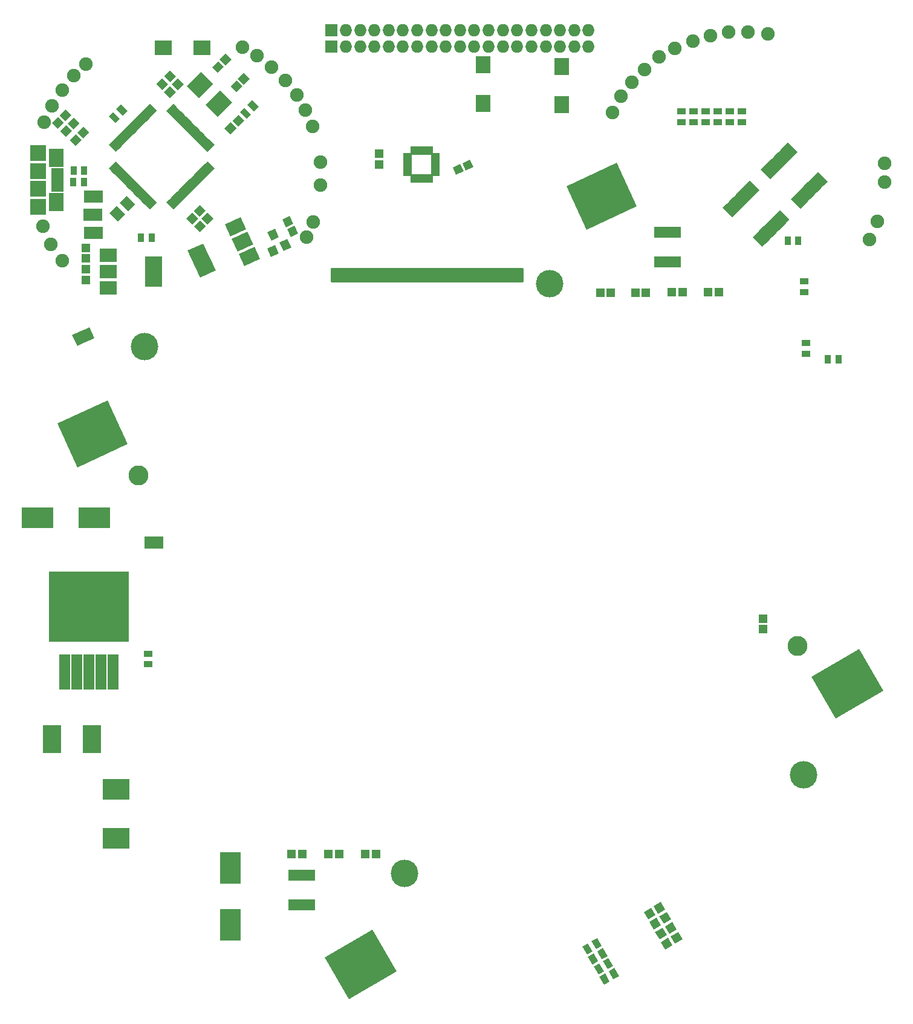
<source format=gbs>
G04 #@! TF.FileFunction,Soldermask,Bot*
%FSLAX46Y46*%
G04 Gerber Fmt 4.6, Leading zero omitted, Abs format (unit mm)*
G04 Created by KiCad (PCBNEW 4.0.6+dfsg1-1) date Fri Jun  8 13:36:59 2018*
%MOMM*%
%LPD*%
G01*
G04 APERTURE LIST*
%ADD10C,0.100000*%
%ADD11R,0.900000X1.300000*%
%ADD12R,1.750000X1.750000*%
%ADD13O,1.750000X1.750000*%
%ADD14R,3.700000X2.900000*%
%ADD15R,4.400000X2.900000*%
%ADD16R,2.660600X3.905200*%
%ADD17R,1.300000X0.900000*%
%ADD18R,1.200000X1.150000*%
%ADD19R,1.150000X1.200000*%
%ADD20C,3.850000*%
%ADD21C,2.790000*%
%ADD22R,1.370000X1.670000*%
%ADD23C,1.900000*%
%ADD24R,1.500000X5.000000*%
%ADD25R,11.200000X9.800000*%
%ADD26R,3.800000X1.610000*%
%ADD27R,2.900000X4.400000*%
%ADD28R,2.400000X4.200000*%
%ADD29R,2.400000X1.900000*%
%ADD30R,2.000000X2.400000*%
%ADD31R,2.400000X2.000000*%
%ADD32R,1.750000X0.800000*%
%ADD33R,2.000000X2.500000*%
%ADD34R,2.300000X2.300000*%
%ADD35R,2.300000X2.200000*%
%ADD36R,0.700000X1.250000*%
%ADD37R,1.250000X0.700000*%
%ADD38C,0.254000*%
G04 APERTURE END LIST*
D10*
D11*
X122500000Y-78000000D03*
X121000000Y-78000000D03*
D12*
X157175000Y-59000000D03*
D13*
X159175000Y-59000000D03*
X161175000Y-59000000D03*
X163175000Y-59000000D03*
X165175000Y-59000000D03*
X167175000Y-59000000D03*
X169175000Y-59000000D03*
X171175000Y-59000000D03*
X173175000Y-59000000D03*
X175175000Y-59000000D03*
X177175000Y-59000000D03*
X179175000Y-59000000D03*
X181175000Y-59000000D03*
X183175000Y-59000000D03*
X185175000Y-59000000D03*
X187175000Y-59000000D03*
X189175000Y-59000000D03*
X191175000Y-59000000D03*
X193175000Y-59000000D03*
D10*
G36*
X126911091Y-69708147D02*
X125991853Y-68788909D01*
X126628249Y-68152513D01*
X127547487Y-69071751D01*
X126911091Y-69708147D01*
X126911091Y-69708147D01*
G37*
G36*
X127971751Y-68647487D02*
X127052513Y-67728249D01*
X127688909Y-67091853D01*
X128608147Y-68011091D01*
X127971751Y-68647487D01*
X127971751Y-68647487D01*
G37*
D14*
X127010000Y-169900000D03*
X127000000Y-163000000D03*
D15*
X124000000Y-125000000D03*
X116000000Y-125000000D03*
D16*
X118000000Y-156000000D03*
X123638800Y-156000000D03*
D17*
X211250000Y-68100000D03*
X211250000Y-69600000D03*
X206200000Y-68100000D03*
X206200000Y-69600000D03*
X214610000Y-68090000D03*
X214610000Y-69590000D03*
X212940000Y-68110000D03*
X212940000Y-69610000D03*
D11*
X228150000Y-102800000D03*
X226650000Y-102800000D03*
D17*
X223600000Y-102000000D03*
X223600000Y-100500000D03*
X223400000Y-93400000D03*
X223400000Y-91900000D03*
D11*
X221050000Y-86200000D03*
X222550000Y-86200000D03*
D17*
X209590000Y-68110000D03*
X209590000Y-69610000D03*
X207880000Y-68110000D03*
X207880000Y-69610000D03*
D18*
X201200000Y-93500000D03*
X199700000Y-93500000D03*
X211400000Y-93400000D03*
X209900000Y-93400000D03*
X206350000Y-93400000D03*
X204850000Y-93400000D03*
X163400000Y-172100000D03*
X161900000Y-172100000D03*
X153100000Y-172100000D03*
X151600000Y-172100000D03*
D19*
X217600000Y-140600000D03*
X217600000Y-139100000D03*
D18*
X196300000Y-93500000D03*
X194800000Y-93500000D03*
X156750000Y-172100000D03*
X158250000Y-172100000D03*
D10*
G36*
X159614424Y-192387836D02*
X156239424Y-186542164D01*
X162942460Y-182672164D01*
X166317460Y-188517836D01*
X159614424Y-192387836D01*
X159614424Y-192387836D01*
G37*
G36*
X227735982Y-153057836D02*
X224360982Y-147212164D01*
X231064018Y-143342164D01*
X234439018Y-149187836D01*
X227735982Y-153057836D01*
X227735982Y-153057836D01*
G37*
D20*
X223241522Y-160993203D03*
X167436920Y-174736797D03*
D21*
X222455514Y-142971797D03*
D10*
G36*
X123953781Y-99826321D02*
X122712139Y-100405309D01*
X122006367Y-98891775D01*
X123248009Y-98312787D01*
X123953781Y-99826321D01*
X123953781Y-99826321D01*
G37*
G36*
X122793707Y-100367273D02*
X121552065Y-100946261D01*
X120846293Y-99432727D01*
X122087935Y-98853739D01*
X122793707Y-100367273D01*
X122793707Y-100367273D01*
G37*
D22*
X124440000Y-80020000D03*
X123160000Y-80020000D03*
X123130000Y-82530000D03*
X124410000Y-82530000D03*
D10*
G36*
X205712435Y-182980385D02*
X206312435Y-184019615D01*
X205273205Y-184619615D01*
X204673205Y-183580385D01*
X205712435Y-182980385D01*
X205712435Y-182980385D01*
G37*
G36*
X204326795Y-183780385D02*
X204926795Y-184819615D01*
X203887565Y-185419615D01*
X203287565Y-184380385D01*
X204326795Y-183780385D01*
X204326795Y-183780385D01*
G37*
G36*
X195336251Y-190337917D02*
X194686251Y-189212083D01*
X195465673Y-188762083D01*
X196115673Y-189887917D01*
X195336251Y-190337917D01*
X195336251Y-190337917D01*
G37*
G36*
X196635289Y-189587917D02*
X195985289Y-188462083D01*
X196764711Y-188012083D01*
X197414711Y-189137917D01*
X196635289Y-189587917D01*
X196635289Y-189587917D01*
G37*
G36*
X193736251Y-187537917D02*
X193086251Y-186412083D01*
X193865673Y-185962083D01*
X194515673Y-187087917D01*
X193736251Y-187537917D01*
X193736251Y-187537917D01*
G37*
G36*
X195035289Y-186787917D02*
X194385289Y-185662083D01*
X195164711Y-185212083D01*
X195814711Y-186337917D01*
X195035289Y-186787917D01*
X195035289Y-186787917D01*
G37*
D23*
X148800000Y-61900000D03*
X154600000Y-83600000D03*
X150700000Y-63800000D03*
X121100000Y-63100000D03*
X117900000Y-86700000D03*
X119500000Y-89000000D03*
X154500000Y-70200000D03*
X152300000Y-65800000D03*
X153500000Y-67900000D03*
X155590000Y-75200000D03*
X155600000Y-78400000D03*
X146700000Y-60300000D03*
X122800000Y-61500000D03*
X118000000Y-67300000D03*
X116900000Y-69600000D03*
X116730000Y-84140000D03*
D24*
X126625000Y-146575000D03*
X124925000Y-146575000D03*
X123225000Y-146575000D03*
X121525000Y-146575000D03*
X119825000Y-146575000D03*
D25*
X123225000Y-137425000D03*
D26*
X204200000Y-89210000D03*
X204200000Y-85000000D03*
X153000000Y-179210000D03*
X153000000Y-175000000D03*
D27*
X143000000Y-174000000D03*
X143000000Y-182000000D03*
D17*
X131500000Y-145500000D03*
X131500000Y-144000000D03*
D10*
G36*
X141297678Y-61049150D02*
X142110850Y-61862322D01*
X141262322Y-62710850D01*
X140449150Y-61897678D01*
X141297678Y-61049150D01*
X141297678Y-61049150D01*
G37*
G36*
X142358338Y-59988490D02*
X143171510Y-60801662D01*
X142322982Y-61650190D01*
X141509810Y-60837018D01*
X142358338Y-59988490D01*
X142358338Y-59988490D01*
G37*
G36*
X144882982Y-64340190D02*
X144069810Y-63527018D01*
X144918338Y-62678490D01*
X145731510Y-63491662D01*
X144882982Y-64340190D01*
X144882982Y-64340190D01*
G37*
G36*
X143822322Y-65400850D02*
X143009150Y-64587678D01*
X143857678Y-63739150D01*
X144670850Y-64552322D01*
X143822322Y-65400850D01*
X143822322Y-65400850D01*
G37*
G36*
X138702982Y-82850190D02*
X137889810Y-82037018D01*
X138738338Y-81188490D01*
X139551510Y-82001662D01*
X138702982Y-82850190D01*
X138702982Y-82850190D01*
G37*
G36*
X137642322Y-83910850D02*
X136829150Y-83097678D01*
X137677678Y-82249150D01*
X138490850Y-83062322D01*
X137642322Y-83910850D01*
X137642322Y-83910850D01*
G37*
G36*
X121357018Y-71289810D02*
X122170190Y-72102982D01*
X121321662Y-72951510D01*
X120508490Y-72138338D01*
X121357018Y-71289810D01*
X121357018Y-71289810D01*
G37*
G36*
X122417678Y-70229150D02*
X123230850Y-71042322D01*
X122382322Y-71890850D01*
X121569150Y-71077678D01*
X122417678Y-70229150D01*
X122417678Y-70229150D01*
G37*
G36*
X135430850Y-63217678D02*
X134617678Y-64030850D01*
X133769150Y-63182322D01*
X134582322Y-62369150D01*
X135430850Y-63217678D01*
X135430850Y-63217678D01*
G37*
G36*
X136491510Y-64278338D02*
X135678338Y-65091510D01*
X134829810Y-64242982D01*
X135642982Y-63429810D01*
X136491510Y-64278338D01*
X136491510Y-64278338D01*
G37*
D19*
X122790000Y-88700000D03*
X122790000Y-87200000D03*
D10*
G36*
X138747018Y-83329810D02*
X139560190Y-84142982D01*
X138711662Y-84991510D01*
X137898490Y-84178338D01*
X138747018Y-83329810D01*
X138747018Y-83329810D01*
G37*
G36*
X139807678Y-82269150D02*
X140620850Y-83082322D01*
X139772322Y-83930850D01*
X138959150Y-83117678D01*
X139807678Y-82269150D01*
X139807678Y-82269150D01*
G37*
G36*
X121022652Y-70600520D02*
X120209480Y-69787348D01*
X121058008Y-68938820D01*
X121871180Y-69751992D01*
X121022652Y-70600520D01*
X121022652Y-70600520D01*
G37*
G36*
X119961992Y-71661180D02*
X119148820Y-70848008D01*
X119997348Y-69999480D01*
X120810520Y-70812652D01*
X119961992Y-71661180D01*
X119961992Y-71661180D01*
G37*
G36*
X144082322Y-70230850D02*
X143269150Y-69417678D01*
X144117678Y-68569150D01*
X144930850Y-69382322D01*
X144082322Y-70230850D01*
X144082322Y-70230850D01*
G37*
G36*
X143021662Y-71291510D02*
X142208490Y-70478338D01*
X143057018Y-69629810D01*
X143870190Y-70442982D01*
X143021662Y-71291510D01*
X143021662Y-71291510D01*
G37*
D19*
X122780000Y-90200000D03*
X122780000Y-91700000D03*
D10*
G36*
X118867018Y-68869810D02*
X119680190Y-69682982D01*
X118831662Y-70531510D01*
X118018490Y-69718338D01*
X118867018Y-68869810D01*
X118867018Y-68869810D01*
G37*
G36*
X119927678Y-67809150D02*
X120740850Y-68622322D01*
X119892322Y-69470850D01*
X119079150Y-68657678D01*
X119927678Y-67809150D01*
X119927678Y-67809150D01*
G37*
G36*
X128511612Y-79921662D02*
X129678338Y-81088388D01*
X128688388Y-82078338D01*
X127521662Y-80911612D01*
X128511612Y-79921662D01*
X128511612Y-79921662D01*
G37*
G36*
X127097398Y-81335876D02*
X128264124Y-82502602D01*
X127274174Y-83492552D01*
X126107448Y-82325826D01*
X127097398Y-81335876D01*
X127097398Y-81335876D01*
G37*
G36*
X134330850Y-64317678D02*
X133517678Y-65130850D01*
X132669150Y-64282322D01*
X133482322Y-63469150D01*
X134330850Y-64317678D01*
X134330850Y-64317678D01*
G37*
G36*
X135391510Y-65378338D02*
X134578338Y-66191510D01*
X133729810Y-65342982D01*
X134542982Y-64529810D01*
X135391510Y-65378338D01*
X135391510Y-65378338D01*
G37*
D19*
X163850000Y-74050000D03*
X163850000Y-75550000D03*
D10*
G36*
X175978952Y-76374698D02*
X175492941Y-75332444D01*
X176580510Y-74825302D01*
X177066521Y-75867556D01*
X175978952Y-76374698D01*
X175978952Y-76374698D01*
G37*
G36*
X174619490Y-77008626D02*
X174133479Y-75966372D01*
X175221048Y-75459230D01*
X175707059Y-76501484D01*
X174619490Y-77008626D01*
X174619490Y-77008626D01*
G37*
G36*
X145280761Y-69138477D02*
X144361523Y-68219239D01*
X144997919Y-67582843D01*
X145917157Y-68502081D01*
X145280761Y-69138477D01*
X145280761Y-69138477D01*
G37*
G36*
X146341421Y-68077817D02*
X145422183Y-67158579D01*
X146058579Y-66522183D01*
X146977817Y-67441421D01*
X146341421Y-68077817D01*
X146341421Y-68077817D01*
G37*
D11*
X122550000Y-76400000D03*
X121050000Y-76400000D03*
D23*
X232500000Y-86000000D03*
X234600000Y-78000000D03*
X234600000Y-75400000D03*
X233600000Y-83460000D03*
D28*
X132250000Y-90500000D03*
D29*
X125950000Y-90500000D03*
X125950000Y-88200000D03*
X125950000Y-92800000D03*
D10*
G36*
X135022881Y-67025216D02*
X135482500Y-67484835D01*
X134492551Y-68474784D01*
X134032932Y-68015165D01*
X135022881Y-67025216D01*
X135022881Y-67025216D01*
G37*
G36*
X135376435Y-67378769D02*
X135836054Y-67838388D01*
X134846105Y-68828337D01*
X134386486Y-68368718D01*
X135376435Y-67378769D01*
X135376435Y-67378769D01*
G37*
G36*
X135729988Y-67732323D02*
X136189607Y-68191942D01*
X135199658Y-69181891D01*
X134740039Y-68722272D01*
X135729988Y-67732323D01*
X135729988Y-67732323D01*
G37*
G36*
X136083541Y-68085876D02*
X136543160Y-68545495D01*
X135553211Y-69535444D01*
X135093592Y-69075825D01*
X136083541Y-68085876D01*
X136083541Y-68085876D01*
G37*
G36*
X136437095Y-68439429D02*
X136896714Y-68899048D01*
X135906765Y-69888997D01*
X135447146Y-69429378D01*
X136437095Y-68439429D01*
X136437095Y-68439429D01*
G37*
G36*
X136790648Y-68792983D02*
X137250267Y-69252602D01*
X136260318Y-70242551D01*
X135800699Y-69782932D01*
X136790648Y-68792983D01*
X136790648Y-68792983D01*
G37*
G36*
X137144202Y-69146536D02*
X137603821Y-69606155D01*
X136613872Y-70596104D01*
X136154253Y-70136485D01*
X137144202Y-69146536D01*
X137144202Y-69146536D01*
G37*
G36*
X137497755Y-69500090D02*
X137957374Y-69959709D01*
X136967425Y-70949658D01*
X136507806Y-70490039D01*
X137497755Y-69500090D01*
X137497755Y-69500090D01*
G37*
G36*
X137851308Y-69853643D02*
X138310927Y-70313262D01*
X137320978Y-71303211D01*
X136861359Y-70843592D01*
X137851308Y-69853643D01*
X137851308Y-69853643D01*
G37*
G36*
X138204862Y-70207196D02*
X138664481Y-70666815D01*
X137674532Y-71656764D01*
X137214913Y-71197145D01*
X138204862Y-70207196D01*
X138204862Y-70207196D01*
G37*
G36*
X138558415Y-70560750D02*
X139018034Y-71020369D01*
X138028085Y-72010318D01*
X137568466Y-71550699D01*
X138558415Y-70560750D01*
X138558415Y-70560750D01*
G37*
G36*
X138911969Y-70914303D02*
X139371588Y-71373922D01*
X138381639Y-72363871D01*
X137922020Y-71904252D01*
X138911969Y-70914303D01*
X138911969Y-70914303D01*
G37*
G36*
X139265522Y-71267857D02*
X139725141Y-71727476D01*
X138735192Y-72717425D01*
X138275573Y-72257806D01*
X139265522Y-71267857D01*
X139265522Y-71267857D01*
G37*
G36*
X139619075Y-71621410D02*
X140078694Y-72081029D01*
X139088745Y-73070978D01*
X138629126Y-72611359D01*
X139619075Y-71621410D01*
X139619075Y-71621410D01*
G37*
G36*
X139972629Y-71974963D02*
X140432248Y-72434582D01*
X139442299Y-73424531D01*
X138982680Y-72964912D01*
X139972629Y-71974963D01*
X139972629Y-71974963D01*
G37*
G36*
X140326182Y-72328517D02*
X140785801Y-72788136D01*
X139795852Y-73778085D01*
X139336233Y-73318466D01*
X140326182Y-72328517D01*
X140326182Y-72328517D01*
G37*
G36*
X140785801Y-76076182D02*
X140326182Y-76535801D01*
X139336233Y-75545852D01*
X139795852Y-75086233D01*
X140785801Y-76076182D01*
X140785801Y-76076182D01*
G37*
G36*
X140432248Y-76429736D02*
X139972629Y-76889355D01*
X138982680Y-75899406D01*
X139442299Y-75439787D01*
X140432248Y-76429736D01*
X140432248Y-76429736D01*
G37*
G36*
X140078694Y-76783289D02*
X139619075Y-77242908D01*
X138629126Y-76252959D01*
X139088745Y-75793340D01*
X140078694Y-76783289D01*
X140078694Y-76783289D01*
G37*
G36*
X139725141Y-77136842D02*
X139265522Y-77596461D01*
X138275573Y-76606512D01*
X138735192Y-76146893D01*
X139725141Y-77136842D01*
X139725141Y-77136842D01*
G37*
G36*
X139371588Y-77490396D02*
X138911969Y-77950015D01*
X137922020Y-76960066D01*
X138381639Y-76500447D01*
X139371588Y-77490396D01*
X139371588Y-77490396D01*
G37*
G36*
X139018034Y-77843949D02*
X138558415Y-78303568D01*
X137568466Y-77313619D01*
X138028085Y-76854000D01*
X139018034Y-77843949D01*
X139018034Y-77843949D01*
G37*
G36*
X138664481Y-78197503D02*
X138204862Y-78657122D01*
X137214913Y-77667173D01*
X137674532Y-77207554D01*
X138664481Y-78197503D01*
X138664481Y-78197503D01*
G37*
G36*
X138310927Y-78551056D02*
X137851308Y-79010675D01*
X136861359Y-78020726D01*
X137320978Y-77561107D01*
X138310927Y-78551056D01*
X138310927Y-78551056D01*
G37*
G36*
X137957374Y-78904609D02*
X137497755Y-79364228D01*
X136507806Y-78374279D01*
X136967425Y-77914660D01*
X137957374Y-78904609D01*
X137957374Y-78904609D01*
G37*
G36*
X137603821Y-79258163D02*
X137144202Y-79717782D01*
X136154253Y-78727833D01*
X136613872Y-78268214D01*
X137603821Y-79258163D01*
X137603821Y-79258163D01*
G37*
G36*
X137250267Y-79611716D02*
X136790648Y-80071335D01*
X135800699Y-79081386D01*
X136260318Y-78621767D01*
X137250267Y-79611716D01*
X137250267Y-79611716D01*
G37*
G36*
X136896714Y-79965270D02*
X136437095Y-80424889D01*
X135447146Y-79434940D01*
X135906765Y-78975321D01*
X136896714Y-79965270D01*
X136896714Y-79965270D01*
G37*
G36*
X136543160Y-80318823D02*
X136083541Y-80778442D01*
X135093592Y-79788493D01*
X135553211Y-79328874D01*
X136543160Y-80318823D01*
X136543160Y-80318823D01*
G37*
G36*
X136189607Y-80672376D02*
X135729988Y-81131995D01*
X134740039Y-80142046D01*
X135199658Y-79682427D01*
X136189607Y-80672376D01*
X136189607Y-80672376D01*
G37*
G36*
X135836054Y-81025930D02*
X135376435Y-81485549D01*
X134386486Y-80495600D01*
X134846105Y-80035981D01*
X135836054Y-81025930D01*
X135836054Y-81025930D01*
G37*
G36*
X135482500Y-81379483D02*
X135022881Y-81839102D01*
X134032932Y-80849153D01*
X134492551Y-80389534D01*
X135482500Y-81379483D01*
X135482500Y-81379483D01*
G37*
G36*
X132265165Y-80389534D02*
X132724784Y-80849153D01*
X131734835Y-81839102D01*
X131275216Y-81379483D01*
X132265165Y-80389534D01*
X132265165Y-80389534D01*
G37*
G36*
X131911611Y-80035981D02*
X132371230Y-80495600D01*
X131381281Y-81485549D01*
X130921662Y-81025930D01*
X131911611Y-80035981D01*
X131911611Y-80035981D01*
G37*
G36*
X131558058Y-79682427D02*
X132017677Y-80142046D01*
X131027728Y-81131995D01*
X130568109Y-80672376D01*
X131558058Y-79682427D01*
X131558058Y-79682427D01*
G37*
G36*
X131204505Y-79328874D02*
X131664124Y-79788493D01*
X130674175Y-80778442D01*
X130214556Y-80318823D01*
X131204505Y-79328874D01*
X131204505Y-79328874D01*
G37*
G36*
X130850951Y-78975321D02*
X131310570Y-79434940D01*
X130320621Y-80424889D01*
X129861002Y-79965270D01*
X130850951Y-78975321D01*
X130850951Y-78975321D01*
G37*
G36*
X130497398Y-78621767D02*
X130957017Y-79081386D01*
X129967068Y-80071335D01*
X129507449Y-79611716D01*
X130497398Y-78621767D01*
X130497398Y-78621767D01*
G37*
G36*
X130143844Y-78268214D02*
X130603463Y-78727833D01*
X129613514Y-79717782D01*
X129153895Y-79258163D01*
X130143844Y-78268214D01*
X130143844Y-78268214D01*
G37*
G36*
X129790291Y-77914660D02*
X130249910Y-78374279D01*
X129259961Y-79364228D01*
X128800342Y-78904609D01*
X129790291Y-77914660D01*
X129790291Y-77914660D01*
G37*
G36*
X129436738Y-77561107D02*
X129896357Y-78020726D01*
X128906408Y-79010675D01*
X128446789Y-78551056D01*
X129436738Y-77561107D01*
X129436738Y-77561107D01*
G37*
G36*
X129083184Y-77207554D02*
X129542803Y-77667173D01*
X128552854Y-78657122D01*
X128093235Y-78197503D01*
X129083184Y-77207554D01*
X129083184Y-77207554D01*
G37*
G36*
X128729631Y-76854000D02*
X129189250Y-77313619D01*
X128199301Y-78303568D01*
X127739682Y-77843949D01*
X128729631Y-76854000D01*
X128729631Y-76854000D01*
G37*
G36*
X128376077Y-76500447D02*
X128835696Y-76960066D01*
X127845747Y-77950015D01*
X127386128Y-77490396D01*
X128376077Y-76500447D01*
X128376077Y-76500447D01*
G37*
G36*
X128022524Y-76146893D02*
X128482143Y-76606512D01*
X127492194Y-77596461D01*
X127032575Y-77136842D01*
X128022524Y-76146893D01*
X128022524Y-76146893D01*
G37*
G36*
X127668971Y-75793340D02*
X128128590Y-76252959D01*
X127138641Y-77242908D01*
X126679022Y-76783289D01*
X127668971Y-75793340D01*
X127668971Y-75793340D01*
G37*
G36*
X127315417Y-75439787D02*
X127775036Y-75899406D01*
X126785087Y-76889355D01*
X126325468Y-76429736D01*
X127315417Y-75439787D01*
X127315417Y-75439787D01*
G37*
G36*
X126961864Y-75086233D02*
X127421483Y-75545852D01*
X126431534Y-76535801D01*
X125971915Y-76076182D01*
X126961864Y-75086233D01*
X126961864Y-75086233D01*
G37*
G36*
X127421483Y-73318466D02*
X126961864Y-73778085D01*
X125971915Y-72788136D01*
X126431534Y-72328517D01*
X127421483Y-73318466D01*
X127421483Y-73318466D01*
G37*
G36*
X127775036Y-72964912D02*
X127315417Y-73424531D01*
X126325468Y-72434582D01*
X126785087Y-71974963D01*
X127775036Y-72964912D01*
X127775036Y-72964912D01*
G37*
G36*
X128128590Y-72611359D02*
X127668971Y-73070978D01*
X126679022Y-72081029D01*
X127138641Y-71621410D01*
X128128590Y-72611359D01*
X128128590Y-72611359D01*
G37*
G36*
X128482143Y-72257806D02*
X128022524Y-72717425D01*
X127032575Y-71727476D01*
X127492194Y-71267857D01*
X128482143Y-72257806D01*
X128482143Y-72257806D01*
G37*
G36*
X128835696Y-71904252D02*
X128376077Y-72363871D01*
X127386128Y-71373922D01*
X127845747Y-70914303D01*
X128835696Y-71904252D01*
X128835696Y-71904252D01*
G37*
G36*
X129189250Y-71550699D02*
X128729631Y-72010318D01*
X127739682Y-71020369D01*
X128199301Y-70560750D01*
X129189250Y-71550699D01*
X129189250Y-71550699D01*
G37*
G36*
X129542803Y-71197145D02*
X129083184Y-71656764D01*
X128093235Y-70666815D01*
X128552854Y-70207196D01*
X129542803Y-71197145D01*
X129542803Y-71197145D01*
G37*
G36*
X129896357Y-70843592D02*
X129436738Y-71303211D01*
X128446789Y-70313262D01*
X128906408Y-69853643D01*
X129896357Y-70843592D01*
X129896357Y-70843592D01*
G37*
G36*
X130249910Y-70490039D02*
X129790291Y-70949658D01*
X128800342Y-69959709D01*
X129259961Y-69500090D01*
X130249910Y-70490039D01*
X130249910Y-70490039D01*
G37*
G36*
X130603463Y-70136485D02*
X130143844Y-70596104D01*
X129153895Y-69606155D01*
X129613514Y-69146536D01*
X130603463Y-70136485D01*
X130603463Y-70136485D01*
G37*
G36*
X130957017Y-69782932D02*
X130497398Y-70242551D01*
X129507449Y-69252602D01*
X129967068Y-68792983D01*
X130957017Y-69782932D01*
X130957017Y-69782932D01*
G37*
G36*
X131310570Y-69429378D02*
X130850951Y-69888997D01*
X129861002Y-68899048D01*
X130320621Y-68439429D01*
X131310570Y-69429378D01*
X131310570Y-69429378D01*
G37*
G36*
X131664124Y-69075825D02*
X131204505Y-69535444D01*
X130214556Y-68545495D01*
X130674175Y-68085876D01*
X131664124Y-69075825D01*
X131664124Y-69075825D01*
G37*
G36*
X132017677Y-68722272D02*
X131558058Y-69181891D01*
X130568109Y-68191942D01*
X131027728Y-67732323D01*
X132017677Y-68722272D01*
X132017677Y-68722272D01*
G37*
G36*
X132371230Y-68368718D02*
X131911611Y-68828337D01*
X130921662Y-67838388D01*
X131381281Y-67378769D01*
X132371230Y-68368718D01*
X132371230Y-68368718D01*
G37*
G36*
X132724784Y-68015165D02*
X132265165Y-68474784D01*
X131275216Y-67484835D01*
X131734835Y-67025216D01*
X132724784Y-68015165D01*
X132724784Y-68015165D01*
G37*
G36*
X136945226Y-64525125D02*
X138925125Y-62545226D01*
X140622182Y-64242283D01*
X138642283Y-66222182D01*
X136945226Y-64525125D01*
X136945226Y-64525125D01*
G37*
G36*
X139561522Y-67141421D02*
X141541421Y-65161522D01*
X143238478Y-66858579D01*
X141258579Y-68838478D01*
X139561522Y-67141421D01*
X139561522Y-67141421D01*
G37*
D22*
X132950000Y-128470000D03*
X131670000Y-128470000D03*
X124470000Y-85070000D03*
X123190000Y-85070000D03*
D10*
G36*
X204119615Y-180180385D02*
X204719615Y-181219615D01*
X203680385Y-181819615D01*
X203080385Y-180780385D01*
X204119615Y-180180385D01*
X204119615Y-180180385D01*
G37*
G36*
X202733975Y-180980385D02*
X203333975Y-182019615D01*
X202294745Y-182619615D01*
X201694745Y-181580385D01*
X202733975Y-180980385D01*
X202733975Y-180980385D01*
G37*
G36*
X204912435Y-181580385D02*
X205512435Y-182619615D01*
X204473205Y-183219615D01*
X203873205Y-182180385D01*
X204912435Y-181580385D01*
X204912435Y-181580385D01*
G37*
G36*
X203526795Y-182380385D02*
X204126795Y-183419615D01*
X203087565Y-184019615D01*
X202487565Y-182980385D01*
X203526795Y-182380385D01*
X203526795Y-182380385D01*
G37*
G36*
X203312435Y-178780385D02*
X203912435Y-179819615D01*
X202873205Y-180419615D01*
X202273205Y-179380385D01*
X203312435Y-178780385D01*
X203312435Y-178780385D01*
G37*
G36*
X201926795Y-179580385D02*
X202526795Y-180619615D01*
X201487565Y-181219615D01*
X200887565Y-180180385D01*
X201926795Y-179580385D01*
X201926795Y-179580385D01*
G37*
G36*
X139200071Y-86589612D02*
X140975068Y-90396104D01*
X138799929Y-91410388D01*
X137024932Y-87603896D01*
X139200071Y-86589612D01*
X139200071Y-86589612D01*
G37*
G36*
X145395822Y-84969370D02*
X146198797Y-86691354D01*
X144023658Y-87705638D01*
X143220683Y-85983654D01*
X145395822Y-84969370D01*
X145395822Y-84969370D01*
G37*
G36*
X146367844Y-87053878D02*
X147170819Y-88775862D01*
X144995680Y-89790146D01*
X144192705Y-88068162D01*
X146367844Y-87053878D01*
X146367844Y-87053878D01*
G37*
G36*
X144423800Y-82884863D02*
X145226775Y-84606847D01*
X143051636Y-85621131D01*
X142248661Y-83899147D01*
X144423800Y-82884863D01*
X144423800Y-82884863D01*
G37*
G36*
X194536251Y-188937917D02*
X193886251Y-187812083D01*
X194665673Y-187362083D01*
X195315673Y-188487917D01*
X194536251Y-188937917D01*
X194536251Y-188937917D01*
G37*
G36*
X195835289Y-188187917D02*
X195185289Y-187062083D01*
X195964711Y-186612083D01*
X196614711Y-187737917D01*
X195835289Y-188187917D01*
X195835289Y-188187917D01*
G37*
D11*
X132010000Y-85800000D03*
X130510000Y-85800000D03*
D10*
G36*
X192935770Y-186137917D02*
X192285770Y-185012083D01*
X193065192Y-184562083D01*
X193715192Y-185687917D01*
X192935770Y-186137917D01*
X192935770Y-186137917D01*
G37*
G36*
X194234808Y-185387917D02*
X193584808Y-184262083D01*
X194364230Y-183812083D01*
X195014230Y-184937917D01*
X194234808Y-185387917D01*
X194234808Y-185387917D01*
G37*
D23*
X144700000Y-59100000D03*
X119500000Y-65100000D03*
X153690000Y-85720000D03*
D10*
G36*
X226631891Y-77911612D02*
X226030850Y-78512653D01*
X224687347Y-77169150D01*
X225288388Y-76568109D01*
X226631891Y-77911612D01*
X226631891Y-77911612D01*
G37*
G36*
X226172272Y-78371231D02*
X225571231Y-78972272D01*
X224227728Y-77628769D01*
X224828769Y-77027728D01*
X226172272Y-78371231D01*
X226172272Y-78371231D01*
G37*
G36*
X225712652Y-78830851D02*
X225111611Y-79431892D01*
X223768108Y-78088389D01*
X224369149Y-77487348D01*
X225712652Y-78830851D01*
X225712652Y-78830851D01*
G37*
G36*
X225253033Y-79290470D02*
X224651992Y-79891511D01*
X223308489Y-78548008D01*
X223909530Y-77946967D01*
X225253033Y-79290470D01*
X225253033Y-79290470D01*
G37*
G36*
X224793413Y-79750090D02*
X224192372Y-80351131D01*
X222848869Y-79007628D01*
X223449910Y-78406587D01*
X224793413Y-79750090D01*
X224793413Y-79750090D01*
G37*
G36*
X224333794Y-80209709D02*
X223732753Y-80810750D01*
X222389250Y-79467247D01*
X222990291Y-78866206D01*
X224333794Y-80209709D01*
X224333794Y-80209709D01*
G37*
G36*
X223874174Y-80669329D02*
X223273133Y-81270370D01*
X221929630Y-79926867D01*
X222530671Y-79325826D01*
X223874174Y-80669329D01*
X223874174Y-80669329D01*
G37*
G36*
X223414555Y-81128948D02*
X222813514Y-81729989D01*
X221470011Y-80386486D01*
X222071052Y-79785445D01*
X223414555Y-81128948D01*
X223414555Y-81128948D01*
G37*
G36*
X219242625Y-76957018D02*
X218641584Y-77558059D01*
X217298081Y-76214556D01*
X217899122Y-75613515D01*
X219242625Y-76957018D01*
X219242625Y-76957018D01*
G37*
G36*
X219702244Y-76497399D02*
X219101203Y-77098440D01*
X217757700Y-75754937D01*
X218358741Y-75153896D01*
X219702244Y-76497399D01*
X219702244Y-76497399D01*
G37*
G36*
X220161864Y-76037779D02*
X219560823Y-76638820D01*
X218217320Y-75295317D01*
X218818361Y-74694276D01*
X220161864Y-76037779D01*
X220161864Y-76037779D01*
G37*
G36*
X220621483Y-75578160D02*
X220020442Y-76179201D01*
X218676939Y-74835698D01*
X219277980Y-74234657D01*
X220621483Y-75578160D01*
X220621483Y-75578160D01*
G37*
G36*
X221081103Y-75118540D02*
X220480062Y-75719581D01*
X219136559Y-74376078D01*
X219737600Y-73775037D01*
X221081103Y-75118540D01*
X221081103Y-75118540D01*
G37*
G36*
X221540722Y-74658921D02*
X220939681Y-75259962D01*
X219596178Y-73916459D01*
X220197219Y-73315418D01*
X221540722Y-74658921D01*
X221540722Y-74658921D01*
G37*
G36*
X222000342Y-74199301D02*
X221399301Y-74800342D01*
X220055798Y-73456839D01*
X220656839Y-72855798D01*
X222000342Y-74199301D01*
X222000342Y-74199301D01*
G37*
G36*
X222459961Y-73739682D02*
X221858920Y-74340723D01*
X220515417Y-72997220D01*
X221116458Y-72396179D01*
X222459961Y-73739682D01*
X222459961Y-73739682D01*
G37*
G36*
X221289608Y-83253895D02*
X220688567Y-83854936D01*
X219345064Y-82511433D01*
X219946105Y-81910392D01*
X221289608Y-83253895D01*
X221289608Y-83253895D01*
G37*
G36*
X220829989Y-83713514D02*
X220228948Y-84314555D01*
X218885445Y-82971052D01*
X219486486Y-82370011D01*
X220829989Y-83713514D01*
X220829989Y-83713514D01*
G37*
G36*
X220370369Y-84173134D02*
X219769328Y-84774175D01*
X218425825Y-83430672D01*
X219026866Y-82829631D01*
X220370369Y-84173134D01*
X220370369Y-84173134D01*
G37*
G36*
X219910750Y-84632753D02*
X219309709Y-85233794D01*
X217966206Y-83890291D01*
X218567247Y-83289250D01*
X219910750Y-84632753D01*
X219910750Y-84632753D01*
G37*
G36*
X219451130Y-85092373D02*
X218850089Y-85693414D01*
X217506586Y-84349911D01*
X218107627Y-83748870D01*
X219451130Y-85092373D01*
X219451130Y-85092373D01*
G37*
G36*
X218991511Y-85551992D02*
X218390470Y-86153033D01*
X217046967Y-84809530D01*
X217648008Y-84208489D01*
X218991511Y-85551992D01*
X218991511Y-85551992D01*
G37*
G36*
X218531891Y-86011612D02*
X217930850Y-86612653D01*
X216587347Y-85269150D01*
X217188388Y-84668109D01*
X218531891Y-86011612D01*
X218531891Y-86011612D01*
G37*
G36*
X218072272Y-86471231D02*
X217471231Y-87072272D01*
X216127728Y-85728769D01*
X216728769Y-85127728D01*
X218072272Y-86471231D01*
X218072272Y-86471231D01*
G37*
G36*
X213900342Y-82299301D02*
X213299301Y-82900342D01*
X211955798Y-81556839D01*
X212556839Y-80955798D01*
X213900342Y-82299301D01*
X213900342Y-82299301D01*
G37*
G36*
X214359961Y-81839682D02*
X213758920Y-82440723D01*
X212415417Y-81097220D01*
X213016458Y-80496179D01*
X214359961Y-81839682D01*
X214359961Y-81839682D01*
G37*
G36*
X214819581Y-81380062D02*
X214218540Y-81981103D01*
X212875037Y-80637600D01*
X213476078Y-80036559D01*
X214819581Y-81380062D01*
X214819581Y-81380062D01*
G37*
G36*
X215279200Y-80920443D02*
X214678159Y-81521484D01*
X213334656Y-80177981D01*
X213935697Y-79576940D01*
X215279200Y-80920443D01*
X215279200Y-80920443D01*
G37*
G36*
X215738820Y-80460823D02*
X215137779Y-81061864D01*
X213794276Y-79718361D01*
X214395317Y-79117320D01*
X215738820Y-80460823D01*
X215738820Y-80460823D01*
G37*
G36*
X216198439Y-80001204D02*
X215597398Y-80602245D01*
X214253895Y-79258742D01*
X214854936Y-78657701D01*
X216198439Y-80001204D01*
X216198439Y-80001204D01*
G37*
G36*
X216658059Y-79541584D02*
X216057018Y-80142625D01*
X214713515Y-78799122D01*
X215314556Y-78198081D01*
X216658059Y-79541584D01*
X216658059Y-79541584D01*
G37*
G36*
X217117678Y-79081965D02*
X216516637Y-79683006D01*
X215173134Y-78339503D01*
X215774175Y-77738462D01*
X217117678Y-79081965D01*
X217117678Y-79081965D01*
G37*
D30*
X178400000Y-61600000D03*
X178400000Y-67000000D03*
D23*
X196500000Y-68250000D03*
X197750000Y-66000000D03*
X199250000Y-64000000D03*
X201000000Y-62250000D03*
X203000000Y-60500000D03*
X205250000Y-59250000D03*
X207750000Y-58250000D03*
X210250000Y-57500000D03*
X212750000Y-57000000D03*
X215500000Y-57000000D03*
X218250000Y-57250000D03*
D12*
X157175000Y-56775000D03*
D13*
X159175000Y-56775000D03*
X161175000Y-56775000D03*
X163175000Y-56775000D03*
X165175000Y-56775000D03*
X167175000Y-56775000D03*
X169175000Y-56775000D03*
X171175000Y-56775000D03*
X173175000Y-56775000D03*
X175175000Y-56775000D03*
X177175000Y-56775000D03*
X179175000Y-56775000D03*
X181175000Y-56775000D03*
X183175000Y-56775000D03*
X185175000Y-56775000D03*
X187175000Y-56775000D03*
X189175000Y-56775000D03*
X191175000Y-56775000D03*
X193175000Y-56775000D03*
D10*
G36*
X151857734Y-83821048D02*
X150815480Y-84307059D01*
X150308338Y-83219490D01*
X151350592Y-82733479D01*
X151857734Y-83821048D01*
X151857734Y-83821048D01*
G37*
G36*
X152491662Y-85180510D02*
X151449408Y-85666521D01*
X150942266Y-84578952D01*
X151984520Y-84092941D01*
X152491662Y-85180510D01*
X152491662Y-85180510D01*
G37*
D30*
X189400000Y-61800000D03*
X189400000Y-67200000D03*
D31*
X133600000Y-59200000D03*
X139000000Y-59200000D03*
D10*
G36*
X151524716Y-87146657D02*
X150437146Y-87653799D01*
X149887742Y-86475599D01*
X150975312Y-85968457D01*
X151524716Y-87146657D01*
X151524716Y-87146657D01*
G37*
G36*
X149802731Y-87949632D02*
X148715161Y-88456774D01*
X148165757Y-87278574D01*
X149253327Y-86771432D01*
X149802731Y-87949632D01*
X149802731Y-87949632D01*
G37*
G36*
X149818487Y-85735529D02*
X148730917Y-86242671D01*
X148181513Y-85064471D01*
X149269083Y-84557329D01*
X149818487Y-85735529D01*
X149818487Y-85735529D01*
G37*
D32*
X118775000Y-77700000D03*
X118775000Y-78350000D03*
X118775000Y-76400000D03*
X118775000Y-77050000D03*
X118775000Y-79000000D03*
D33*
X118650000Y-74600000D03*
X118650000Y-80800000D03*
D34*
X116100000Y-76500000D03*
X116100000Y-78900000D03*
D35*
X116100000Y-73900000D03*
X116100000Y-81500000D03*
D10*
G36*
X197081075Y-75305679D02*
X199933748Y-81423256D01*
X192918925Y-84694321D01*
X190066252Y-78576744D01*
X197081075Y-75305679D01*
X197081075Y-75305679D01*
G37*
G36*
X125790905Y-108548831D02*
X128643578Y-114666408D01*
X121628755Y-117937473D01*
X118776082Y-111819896D01*
X125790905Y-108548831D01*
X125790905Y-108548831D01*
G37*
D20*
X130959874Y-101035378D03*
X187749956Y-92207774D03*
D21*
X130172222Y-119056712D03*
D36*
X171050000Y-77500000D03*
X170550000Y-77500000D03*
X170050000Y-77500000D03*
X169550000Y-77500000D03*
X169050000Y-77500000D03*
X168550000Y-77500000D03*
D37*
X167850000Y-76800000D03*
X167850000Y-76300000D03*
X167850000Y-75800000D03*
X167850000Y-75300000D03*
X167850000Y-74800000D03*
X167850000Y-74300000D03*
D36*
X168550000Y-73600000D03*
X169050000Y-73600000D03*
X169550000Y-73600000D03*
X170050000Y-73600000D03*
X170550000Y-73600000D03*
X171050000Y-73600000D03*
D37*
X171750000Y-74300000D03*
X171750000Y-74800000D03*
X171750000Y-75300000D03*
X171750000Y-75800000D03*
X171750000Y-76300000D03*
X171750000Y-76800000D03*
D38*
G36*
X183873000Y-91873000D02*
X157127000Y-91873000D01*
X157127000Y-90127000D01*
X183873000Y-90127000D01*
X183873000Y-91873000D01*
X183873000Y-91873000D01*
G37*
X183873000Y-91873000D02*
X157127000Y-91873000D01*
X157127000Y-90127000D01*
X183873000Y-90127000D01*
X183873000Y-91873000D01*
M02*

</source>
